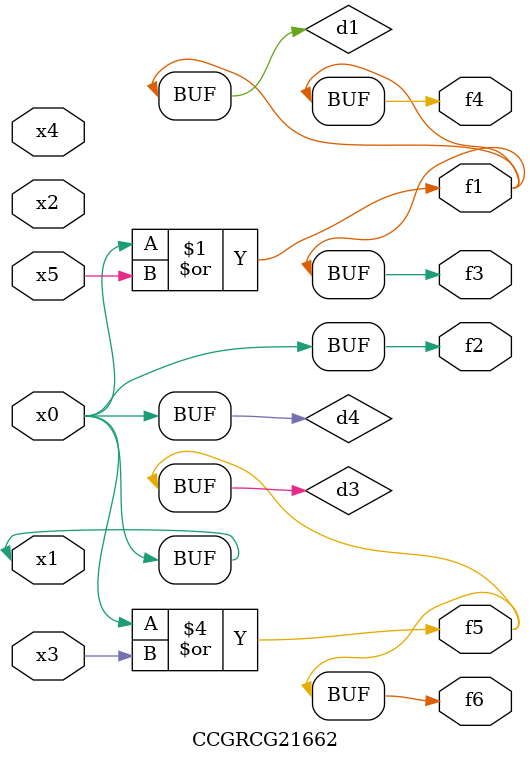
<source format=v>
module CCGRCG21662(
	input x0, x1, x2, x3, x4, x5,
	output f1, f2, f3, f4, f5, f6
);

	wire d1, d2, d3, d4;

	or (d1, x0, x5);
	xnor (d2, x1, x4);
	or (d3, x0, x3);
	buf (d4, x0, x1);
	assign f1 = d1;
	assign f2 = d4;
	assign f3 = d1;
	assign f4 = d1;
	assign f5 = d3;
	assign f6 = d3;
endmodule

</source>
